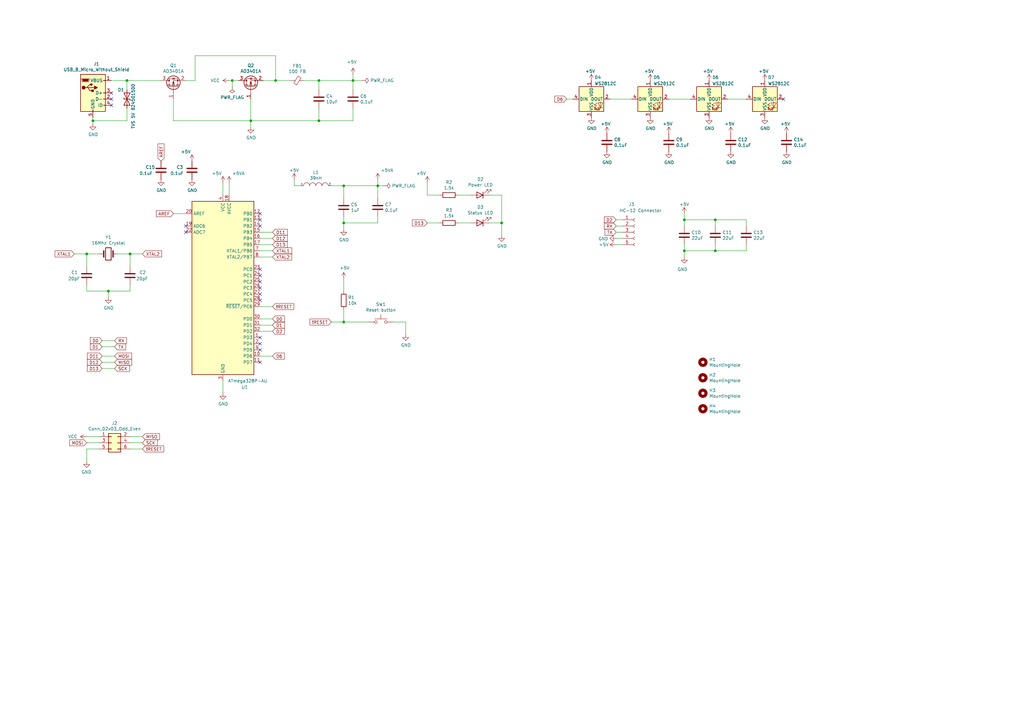
<source format=kicad_sch>
(kicad_sch (version 20211123) (generator eeschema)
  (paper "A3")
  (lib_symbols
    (symbol "Connector:Conn_01x05_Female" (pin_names (offset 1.016) hide)
      (property "Reference" "J" (at 0 7.62 0))
      (property "Value" "Conn_01x05_Female" (at 0 -7.62 0))
      (symbol "Conn_01x05_Female_1_1"
        (arc (start 0 -4.572) (mid -0.508 -5.08) (end 0 -5.588) (stroke (width 0.1524)))
        (arc (start 0 -2.032) (mid -0.508 -2.54) (end 0 -3.048) (stroke (width 0.1524)))
        (polyline (pts (xy -1.27 -5.08) (xy -0.508 -5.08)) (stroke (width 0.1524)))
        (polyline (pts (xy -1.27 -2.54) (xy -0.508 -2.54)) (stroke (width 0.1524)))
        (polyline (pts (xy -1.27 0) (xy -0.508 0)) (stroke (width 0.1524)))
        (polyline (pts (xy -1.27 2.54) (xy -0.508 2.54)) (stroke (width 0.1524)))
        (polyline (pts (xy -1.27 5.08) (xy -0.508 5.08)) (stroke (width 0.1524)))
        (arc (start 0 0.508) (mid -0.508 0) (end 0 -0.508) (stroke (width 0.1524)))
        (arc (start 0 3.048) (mid -0.508 2.54) (end 0 2.032) (stroke (width 0.1524)))
        (arc (start 0 5.588) (mid -0.508 5.08) (end 0 4.572) (stroke (width 0.1524)))
        (pin passive line (at -5.08 5.08 0) (length 3.81) (name "Pin_1") (number "1"))
        (pin passive line (at -5.08 2.54 0) (length 3.81) (name "Pin_2") (number "2"))
        (pin passive line (at -5.08 0 0) (length 3.81) (name "Pin_3") (number "3"))
        (pin passive line (at -5.08 -2.54 0) (length 3.81) (name "Pin_4") (number "4"))
        (pin passive line (at -5.08 -5.08 0) (length 3.81) (name "Pin_5") (number "5"))
      )
    )
    (symbol "Connector_Generic:Conn_02x03_Odd_Even" (pin_names (offset 1.016) hide)
      (property "Reference" "J" (at 1.27 5.08 0))
      (property "Value" "Conn_02x03_Odd_Even" (at 1.27 -5.08 0))
      (symbol "Conn_02x03_Odd_Even_1_1"
        (rectangle (start -1.27 -2.413) (end 0 -2.667) (stroke (width 0.1524)))
        (rectangle (start -1.27 0.127) (end 0 -0.127) (stroke (width 0.1524)))
        (rectangle (start -1.27 2.667) (end 0 2.413) (stroke (width 0.1524)))
        (rectangle (start -1.27 3.81) (end 3.81 -3.81) (stroke (width 0.254)) (fill (type background)))
        (rectangle (start 3.81 -2.413) (end 2.54 -2.667) (stroke (width 0.1524)))
        (rectangle (start 3.81 0.127) (end 2.54 -0.127) (stroke (width 0.1524)))
        (rectangle (start 3.81 2.667) (end 2.54 2.413) (stroke (width 0.1524)))
        (pin passive line (at -5.08 2.54 0) (length 3.81) (name "Pin_1") (number "1"))
        (pin passive line (at 7.62 2.54 180) (length 3.81) (name "Pin_2") (number "2"))
        (pin passive line (at -5.08 0 0) (length 3.81) (name "Pin_3") (number "3"))
        (pin passive line (at 7.62 0 180) (length 3.81) (name "Pin_4") (number "4"))
        (pin passive line (at -5.08 -2.54 0) (length 3.81) (name "Pin_5") (number "5"))
        (pin passive line (at 7.62 -2.54 180) (length 3.81) (name "Pin_6") (number "6"))
      )
    )
    (symbol "Custom:USB_B_Micro_Without_Shield" (pin_names (offset 1.016))
      (property "Reference" "J" (at -5.08 11.43 0))
      (property "Value" "Custom_USB_B_Micro_Without_Shield" (at -5.08 8.89 0))
      (symbol "USB_B_Micro_Without_Shield_0_1"
        (rectangle (start -5.08 -7.62) (end 5.08 7.62) (stroke (width 0.254)) (fill (type background)))
        (circle (center -3.81 2.159) (radius 0.635) (stroke (width 0.254)) (fill (type outline)))
        (circle (center -0.635 3.429) (radius 0.381) (stroke (width 0.254)) (fill (type outline)))
        (rectangle (start -0.127 -7.62) (end 0.127 -6.858))
        (polyline (pts (xy -1.905 2.159) (xy 0.635 2.159)) (stroke (width 0.254)))
        (polyline (pts (xy -3.175 2.159) (xy -2.54 2.159) (xy -1.27 3.429) (xy -0.635 3.429)) (stroke (width 0.254)))
        (polyline (pts (xy -2.54 2.159) (xy -1.905 2.159) (xy -1.27 0.889) (xy 0 0.889)) (stroke (width 0.254)))
        (polyline (pts (xy 0.635 2.794) (xy 0.635 1.524) (xy 1.905 2.159) (xy 0.635 2.794)) (stroke (width 0.254)) (fill (type outline)))
        (polyline (pts (xy -4.318 5.588) (xy -1.778 5.588) (xy -2.032 4.826) (xy -4.064 4.826) (xy -4.318 5.588)) (fill (type outline)))
        (polyline (pts (xy -4.699 5.842) (xy -4.699 5.588) (xy -4.445 4.826) (xy -4.445 4.572) (xy -1.651 4.572) (xy -1.651 4.826) (xy -1.397 5.588) (xy -1.397 5.842) (xy -4.699 5.842)))
        (rectangle (start 0.254 1.27) (end -0.508 0.508) (stroke (width 0.254)) (fill (type outline)))
        (rectangle (start 5.08 -5.207) (end 4.318 -4.953))
        (rectangle (start 5.08 -2.667) (end 4.318 -2.413))
        (rectangle (start 5.08 -0.127) (end 4.318 0.127))
        (rectangle (start 5.08 4.953) (end 4.318 5.207))
      )
      (symbol "USB_B_Micro_Without_Shield_1_1"
        (pin power_out line (at 7.62 5.08 180) (length 2.54) (name "VBUS") (number "1"))
        (pin bidirectional line (at 7.62 -2.54 180) (length 2.54) (name "D-") (number "2"))
        (pin bidirectional line (at 7.62 0 180) (length 2.54) (name "D+") (number "3"))
        (pin passive line (at 7.62 -5.08 180) (length 2.54) (name "ID") (number "4"))
        (pin power_out line (at 0 -10.16 90) (length 2.54) (name "GND") (number "5"))
      )
    )
    (symbol "Device:C" (pin_numbers hide) (pin_names (offset 0.254))
      (property "Reference" "C" (at 0.635 2.54 0))
      (property "Value" "C" (at 0.635 -2.54 0))
      (symbol "C_0_1"
        (polyline (pts (xy -2.032 -0.762) (xy 2.032 -0.762)) (stroke (width 0.508)))
        (polyline (pts (xy -2.032 0.762) (xy 2.032 0.762)) (stroke (width 0.508)))
      )
      (symbol "C_1_1"
        (pin passive line (at 0 3.81 270) (length 2.794) (name "~") (number "1"))
        (pin passive line (at 0 -3.81 90) (length 2.794) (name "~") (number "2"))
      )
    )
    (symbol "Device:Crystal" (pin_numbers hide) (pin_names (offset 1.016) hide)
      (property "Reference" "Y" (at 0 3.81 0))
      (property "Value" "Crystal" (at 0 -3.81 0))
      (symbol "Crystal_0_1"
        (rectangle (start -1.143 2.54) (end 1.143 -2.54) (stroke (width 0.3048)))
        (polyline (pts (xy -2.54 0) (xy -1.905 0)))
        (polyline (pts (xy -1.905 -1.27) (xy -1.905 1.27)) (stroke (width 0.508)))
        (polyline (pts (xy 1.905 -1.27) (xy 1.905 1.27)) (stroke (width 0.508)))
        (polyline (pts (xy 2.54 0) (xy 1.905 0)))
      )
      (symbol "Crystal_1_1"
        (pin passive line (at -3.81 0 0) (length 1.27) (name "1") (number "1"))
        (pin passive line (at 3.81 0 180) (length 1.27) (name "2") (number "2"))
      )
    )
    (symbol "Device:D_TVS" (pin_numbers hide) (pin_names (offset 1.016) hide)
      (property "Reference" "D" (at 0 2.54 0))
      (property "Value" "D_TVS" (at 0 -2.54 0))
      (symbol "D_TVS_0_1"
        (polyline (pts (xy 1.27 0) (xy -1.27 0)))
        (polyline (pts (xy 0.508 1.27) (xy 0 1.27) (xy 0 -1.27) (xy -0.508 -1.27)) (stroke (width 0.254)))
        (polyline (pts (xy -2.54 1.27) (xy -2.54 -1.27) (xy 2.54 1.27) (xy 2.54 -1.27) (xy -2.54 1.27)) (stroke (width 0.254)))
      )
      (symbol "D_TVS_1_1"
        (pin passive line (at -3.81 0 0) (length 2.54) (name "A1") (number "1"))
        (pin passive line (at 3.81 0 180) (length 2.54) (name "A2") (number "2"))
      )
    )
    (symbol "Device:Ferrite_Bead_Small" (pin_numbers hide) (pin_names (offset 0))
      (property "Reference" "FB" (at 1.905 1.27 0))
      (property "Value" "Device_Ferrite_Bead_Small" (at 1.905 -1.27 0))
      (symbol "Ferrite_Bead_Small_0_1"
        (polyline (pts (xy 0 -1.27) (xy 0 -0.7874)))
        (polyline (pts (xy 0 0.889) (xy 0 1.2954)))
        (polyline (pts (xy -1.8288 0.2794) (xy -1.1176 1.4986) (xy 1.8288 -0.2032) (xy 1.1176 -1.4224) (xy -1.8288 0.2794)))
      )
      (symbol "Ferrite_Bead_Small_1_1"
        (pin passive line (at 0 2.54 270) (length 1.27) (name "~") (number "1"))
        (pin passive line (at 0 -2.54 90) (length 1.27) (name "~") (number "2"))
      )
    )
    (symbol "Device:LED" (pin_numbers hide) (pin_names (offset 1.016) hide)
      (property "Reference" "D" (at 0 2.54 0))
      (property "Value" "LED" (at 0 -2.54 0))
      (symbol "LED_0_1"
        (polyline (pts (xy -1.27 -1.27) (xy -1.27 1.27)) (stroke (width 0.254)))
        (polyline (pts (xy -1.27 0) (xy 1.27 0)))
        (polyline (pts (xy 1.27 -1.27) (xy 1.27 1.27) (xy -1.27 0) (xy 1.27 -1.27)) (stroke (width 0.254)))
        (polyline (pts (xy -3.048 -0.762) (xy -4.572 -2.286) (xy -3.81 -2.286) (xy -4.572 -2.286) (xy -4.572 -1.524)))
        (polyline (pts (xy -1.778 -0.762) (xy -3.302 -2.286) (xy -2.54 -2.286) (xy -3.302 -2.286) (xy -3.302 -1.524)))
      )
      (symbol "LED_1_1"
        (pin passive line (at -3.81 0 0) (length 2.54) (name "K") (number "1"))
        (pin passive line (at 3.81 0 180) (length 2.54) (name "A") (number "2"))
      )
    )
    (symbol "Device:R" (pin_numbers hide) (pin_names (offset 0))
      (property "Reference" "R" (at 2.032 0 90))
      (property "Value" "R" (at 0 0 90))
      (symbol "R_0_1"
        (rectangle (start -1.016 -2.54) (end 1.016 2.54) (stroke (width 0.254)))
      )
      (symbol "R_1_1"
        (pin passive line (at 0 3.81 270) (length 1.27) (name "~") (number "1"))
        (pin passive line (at 0 -3.81 90) (length 1.27) (name "~") (number "2"))
      )
    )
    (symbol "LED:WS2812B" (pin_names (offset 0.254))
      (property "Reference" "D" (at 5.08 5.715 0))
      (property "Value" "WS2812B" (at 1.27 -5.715 0))
      (symbol "WS2812B_0_0"
        (text "RGB" (at 2.286 -4.191 0) (effects (font (size 0.762 0.762))))
      )
      (symbol "WS2812B_0_1"
        (polyline (pts (xy 1.27 -3.556) (xy 1.778 -3.556)))
        (polyline (pts (xy 1.27 -2.54) (xy 1.778 -2.54)))
        (polyline (pts (xy 4.699 -3.556) (xy 2.667 -3.556)))
        (polyline (pts (xy 2.286 -2.54) (xy 1.27 -3.556) (xy 1.27 -3.048)))
        (polyline (pts (xy 2.286 -1.524) (xy 1.27 -2.54) (xy 1.27 -2.032)))
        (polyline (pts (xy 3.683 -1.016) (xy 3.683 -3.556) (xy 3.683 -4.064)))
        (polyline (pts (xy 4.699 -1.524) (xy 2.667 -1.524) (xy 3.683 -3.556) (xy 4.699 -1.524)))
        (rectangle (start 5.08 5.08) (end -5.08 -5.08) (stroke (width 0.254)) (fill (type background)))
      )
      (symbol "WS2812B_1_1"
        (pin power_in line (at 0 7.62 270) (length 2.54) (name "VDD") (number "1"))
        (pin output line (at 7.62 0 180) (length 2.54) (name "DOUT") (number "2"))
        (pin power_in line (at 0 -7.62 90) (length 2.54) (name "VSS") (number "3"))
        (pin input line (at -7.62 0 0) (length 2.54) (name "DIN") (number "4"))
      )
    )
    (symbol "MCU_Microchip_ATmega:ATmega328P-AU"
      (property "Reference" "U" (at -12.7 36.83 0))
      (property "Value" "MCU_Microchip_ATmega_ATmega328P-AU" (at 2.54 -36.83 0))
      (symbol "ATmega328P-AU_0_1"
        (rectangle (start -12.7 -35.56) (end 12.7 35.56) (stroke (width 0.254)) (fill (type background)))
      )
      (symbol "ATmega328P-AU_1_1"
        (pin bidirectional line (at 15.24 -20.32 180) (length 2.54) (name "PD3") (number "1"))
        (pin bidirectional line (at 15.24 -27.94 180) (length 2.54) (name "PD6") (number "10"))
        (pin bidirectional line (at 15.24 -30.48 180) (length 2.54) (name "PD7") (number "11"))
        (pin bidirectional line (at 15.24 30.48 180) (length 2.54) (name "PB0") (number "12"))
        (pin bidirectional line (at 15.24 27.94 180) (length 2.54) (name "PB1") (number "13"))
        (pin bidirectional line (at 15.24 25.4 180) (length 2.54) (name "PB2") (number "14"))
        (pin bidirectional line (at 15.24 22.86 180) (length 2.54) (name "PB3") (number "15"))
        (pin bidirectional line (at 15.24 20.32 180) (length 2.54) (name "PB4") (number "16"))
        (pin bidirectional line (at 15.24 17.78 180) (length 2.54) (name "PB5") (number "17"))
        (pin power_in line (at 2.54 38.1 270) (length 2.54) (name "AVCC") (number "18"))
        (pin input line (at -15.24 25.4 0) (length 2.54) (name "ADC6") (number "19"))
        (pin bidirectional line (at 15.24 -22.86 180) (length 2.54) (name "PD4") (number "2"))
        (pin passive line (at -15.24 30.48 0) (length 2.54) (name "AREF") (number "20"))
        (pin passive line (at 0 -38.1 90) (length 2.54) hide (name "GND") (number "21"))
        (pin input line (at -15.24 22.86 0) (length 2.54) (name "ADC7") (number "22"))
        (pin bidirectional line (at 15.24 7.62 180) (length 2.54) (name "PC0") (number "23"))
        (pin bidirectional line (at 15.24 5.08 180) (length 2.54) (name "PC1") (number "24"))
        (pin bidirectional line (at 15.24 2.54 180) (length 2.54) (name "PC2") (number "25"))
        (pin bidirectional line (at 15.24 0 180) (length 2.54) (name "PC3") (number "26"))
        (pin bidirectional line (at 15.24 -2.54 180) (length 2.54) (name "PC4") (number "27"))
        (pin bidirectional line (at 15.24 -5.08 180) (length 2.54) (name "PC5") (number "28"))
        (pin bidirectional line (at 15.24 -7.62 180) (length 2.54) (name "~{RESET}/PC6") (number "29"))
        (pin power_in line (at 0 -38.1 90) (length 2.54) (name "GND") (number "3"))
        (pin bidirectional line (at 15.24 -12.7 180) (length 2.54) (name "PD0") (number "30"))
        (pin bidirectional line (at 15.24 -15.24 180) (length 2.54) (name "PD1") (number "31"))
        (pin bidirectional line (at 15.24 -17.78 180) (length 2.54) (name "PD2") (number "32"))
        (pin power_in line (at 0 38.1 270) (length 2.54) (name "VCC") (number "4"))
        (pin passive line (at 0 -38.1 90) (length 2.54) hide (name "GND") (number "5"))
        (pin passive line (at 0 38.1 270) (length 2.54) hide (name "VCC") (number "6"))
        (pin bidirectional line (at 15.24 15.24 180) (length 2.54) (name "XTAL1/PB6") (number "7"))
        (pin bidirectional line (at 15.24 12.7 180) (length 2.54) (name "XTAL2/PB7") (number "8"))
        (pin bidirectional line (at 15.24 -25.4 180) (length 2.54) (name "PD5") (number "9"))
      )
    )
    (symbol "Mechanical:MountingHole" (pin_names (offset 1.016))
      (property "Reference" "H" (at 0 5.08 0))
      (property "Value" "MountingHole" (at 0 3.175 0))
      (symbol "MountingHole_0_1"
        (circle (center 0 0) (radius 1.27) (stroke (width 1.27)))
      )
    )
    (symbol "Switch:SW_Push" (pin_numbers hide) (pin_names (offset 1.016) hide)
      (property "Reference" "SW" (at 1.27 2.54 0))
      (property "Value" "SW_Push" (at 0 -1.524 0))
      (symbol "SW_Push_0_1"
        (circle (center -2.032 0) (radius 0.508))
        (polyline (pts (xy 0 1.27) (xy 0 3.048)))
        (polyline (pts (xy 2.54 1.27) (xy -2.54 1.27)))
        (circle (center 2.032 0) (radius 0.508))
        (pin passive line (at -5.08 0 0) (length 2.54) (name "1") (number "1"))
        (pin passive line (at 5.08 0 180) (length 2.54) (name "2") (number "2"))
      )
    )
    (symbol "Transistor_FET:AO3401A" (pin_names hide)
      (property "Reference" "Q" (at 5.08 1.905 0))
      (property "Value" "AO3401A" (at 5.08 0 0))
      (symbol "AO3401A_0_1"
        (polyline (pts (xy 0.254 0) (xy -2.54 0)))
        (polyline (pts (xy 0.254 1.905) (xy 0.254 -1.905)) (stroke (width 0.254)))
        (polyline (pts (xy 0.762 -1.27) (xy 0.762 -2.286)) (stroke (width 0.254)))
        (polyline (pts (xy 0.762 0.508) (xy 0.762 -0.508)) (stroke (width 0.254)))
        (polyline (pts (xy 0.762 2.286) (xy 0.762 1.27)) (stroke (width 0.254)))
        (polyline (pts (xy 2.54 2.54) (xy 2.54 1.778)))
        (polyline (pts (xy 2.54 -2.54) (xy 2.54 0) (xy 0.762 0)))
        (polyline (pts (xy 0.762 1.778) (xy 3.302 1.778) (xy 3.302 -1.778) (xy 0.762 -1.778)))
        (polyline (pts (xy 2.286 0) (xy 1.27 0.381) (xy 1.27 -0.381) (xy 2.286 0)) (fill (type outline)))
        (polyline (pts (xy 2.794 -0.508) (xy 2.921 -0.381) (xy 3.683 -0.381) (xy 3.81 -0.254)))
        (polyline (pts (xy 3.302 -0.381) (xy 2.921 0.254) (xy 3.683 0.254) (xy 3.302 -0.381)))
        (circle (center 1.651 0) (radius 2.794) (stroke (width 0.254)))
        (circle (center 2.54 -1.778) (radius 0.254) (fill (type outline)))
        (circle (center 2.54 1.778) (radius 0.254) (fill (type outline)))
      )
      (symbol "AO3401A_1_1"
        (pin input line (at -5.08 0 0) (length 2.54) (name "G") (number "1"))
        (pin passive line (at 2.54 -5.08 90) (length 2.54) (name "S") (number "2"))
        (pin passive line (at 2.54 5.08 270) (length 2.54) (name "D") (number "3"))
      )
    )
    (symbol "power:+5V" (power) (pin_names (offset 0))
      (property "Value" "+5V" (at 0 3.556 0))
      (symbol "+5V_0_1"
        (polyline (pts (xy -0.762 1.27) (xy 0 2.54)))
        (polyline (pts (xy 0 0) (xy 0 2.54)))
        (polyline (pts (xy 0 2.54) (xy 0.762 1.27)))
      )
      (symbol "+5V_1_1"
        (pin power_in line (at 0 0 90) (length 0) hide (name "+5V") (number "1"))
      )
    )
    (symbol "power:+5VA" (power) (pin_names (offset 0))
      (property "Value" "+5VA" (at 0 3.556 0))
      (symbol "+5VA_0_1"
        (polyline (pts (xy -0.762 1.27) (xy 0 2.54)))
        (polyline (pts (xy 0 0) (xy 0 2.54)))
        (polyline (pts (xy 0 2.54) (xy 0.762 1.27)))
      )
      (symbol "+5VA_1_1"
        (pin power_in line (at 0 0 90) (length 0) hide (name "+5VA") (number "1"))
      )
    )
    (symbol "power:GND" (power) (pin_names (offset 0))
      (property "Value" "GND" (at 0 -3.81 0))
      (symbol "GND_0_1"
        (polyline (pts (xy 0 0) (xy 0 -1.27) (xy 1.27 -1.27) (xy 0 -2.54) (xy -1.27 -1.27) (xy 0 -1.27)))
      )
      (symbol "GND_1_1"
        (pin power_in line (at 0 0 270) (length 0) hide (name "GND") (number "1"))
      )
    )
    (symbol "power:PWR_FLAG" (power) (pin_numbers hide) (pin_names (offset 0) hide)
      (property "Value" "PWR_FLAG" (at 0 3.81 0))
      (symbol "PWR_FLAG_0_0"
        (pin power_out line (at 0 0 90) (length 0) (name "pwr") (number "1"))
      )
      (symbol "PWR_FLAG_0_1"
        (polyline (pts (xy 0 0) (xy 0 1.27) (xy -1.016 1.905) (xy 0 2.54) (xy 1.016 1.905) (xy 0 1.27)))
      )
    )
    (symbol "power:VCC" (power) (pin_names (offset 0))
      (property "Value" "VCC" (at 0 3.81 0))
      (symbol "VCC_0_1"
        (polyline (pts (xy -0.762 1.27) (xy 0 2.54)))
        (polyline (pts (xy 0 0) (xy 0 2.54)))
        (polyline (pts (xy 0 2.54) (xy 0.762 1.27)))
      )
      (symbol "VCC_1_1"
        (pin power_in line (at 0 0 90) (length 0) hide (name "VCC") (number "1"))
      )
    )
    (symbol "pspice:INDUCTOR" (pin_numbers hide) (pin_names (offset 0))
      (property "Reference" "L" (at 0 2.54 0))
      (property "Value" "INDUCTOR" (at 0 -1.27 0))
      (symbol "INDUCTOR_0_1"
        (arc (start -2.54 0) (mid -3.81 1.27) (end -5.08 0))
        (arc (start 0 0) (mid -1.27 1.27) (end -2.54 0))
        (arc (start 2.54 0) (mid 1.27 1.27) (end 0 0))
        (arc (start 5.08 0) (mid 3.81 1.27) (end 2.54 0))
      )
      (symbol "INDUCTOR_1_1"
        (pin input line (at -6.35 0 0) (length 1.27) (name "1") (number "1"))
        (pin input line (at 6.35 0 180) (length 1.27) (name "2") (number "2"))
      )
    )
  )
  (junction (at 53.34 104.14))
  (junction (at 154.94 76.2))
  (junction (at 52.07 33.02))
  (junction (at 35.56 104.14))
  (junction (at 280.67 90.17))
  (junction (at 205.74 91.44))
  (junction (at 293.37 90.17))
  (junction (at 140.97 91.44))
  (junction (at 113.03 33.02))
  (junction (at 130.81 33.02))
  (junction (at 95.25 33.02))
  (junction (at 144.78 33.02))
  (junction (at 38.1 49.53))
  (junction (at 44.45 119.38))
  (junction (at 130.81 49.53))
  (junction (at 140.97 76.2))
  (junction (at 293.37 102.87))
  (junction (at 102.87 49.53))
  (junction (at 280.67 102.87))
  (junction (at 140.97 132.08))
  (no_connect (at 321.31 40.64))
  (no_connect (at 106.68 140.97))
  (no_connect (at 106.68 120.65))
  (no_connect (at 106.68 92.71))
  (no_connect (at 106.68 90.17))
  (no_connect (at 106.68 113.03))
  (no_connect (at 106.68 143.51))
  (no_connect (at 76.2 95.25))
  (no_connect (at 106.68 115.57))
  (no_connect (at 106.68 138.43))
  (no_connect (at 76.2 92.71))
  (no_connect (at 106.68 118.11))
  (no_connect (at 45.72 43.18))
  (no_connect (at 106.68 148.59))
  (no_connect (at 45.72 38.1))
  (no_connect (at 106.68 110.49))
  (no_connect (at 106.68 123.19))
  (no_connect (at 106.68 87.63))
  (no_connect (at 45.72 40.64))
  (wire (pts (xy 140.97 88.9) (xy 140.97 91.44)))
  (wire (pts (xy 35.56 184.15) (xy 40.64 184.15)))
  (wire (pts (xy 106.68 146.05) (xy 111.76 146.05)))
  (wire (pts (xy 38.1 49.53) (xy 52.07 49.53)))
  (wire (pts (xy 140.97 132.08) (xy 151.13 132.08)))
  (wire (pts (xy 280.67 105.41) (xy 280.67 102.87)))
  (wire (pts (xy 44.45 121.92) (xy 44.45 119.38)))
  (wire (pts (xy 175.26 80.01) (xy 175.26 74.93)))
  (wire (pts (xy 53.34 119.38) (xy 53.34 116.84)))
  (wire (pts (xy 71.12 49.53) (xy 102.87 49.53)))
  (wire (pts (xy 140.97 91.44) (xy 154.94 91.44)))
  (wire (pts (xy 140.97 119.38) (xy 140.97 114.3)))
  (wire (pts (xy 280.67 102.87) (xy 293.37 102.87)))
  (wire (pts (xy 232.41 40.64) (xy 234.95 40.64)))
  (wire (pts (xy 252.73 97.79) (xy 255.27 97.79)))
  (wire (pts (xy 48.26 104.14) (xy 53.34 104.14)))
  (wire (pts (xy 130.81 44.45) (xy 130.81 49.53)))
  (wire (pts (xy 102.87 52.07) (xy 102.87 49.53)))
  (wire (pts (xy 306.07 90.17) (xy 306.07 92.71)))
  (wire (pts (xy 106.68 135.89) (xy 111.76 135.89)))
  (wire (pts (xy 38.1 49.53) (xy 38.1 48.26)))
  (wire (pts (xy 140.97 81.28) (xy 140.97 76.2)))
  (wire (pts (xy 140.97 76.2) (xy 154.94 76.2)))
  (wire (pts (xy 91.44 161.29) (xy 91.44 156.21)))
  (wire (pts (xy 154.94 76.2) (xy 154.94 81.28)))
  (wire (pts (xy 130.81 33.02) (xy 144.78 33.02)))
  (wire (pts (xy 91.44 80.01) (xy 91.44 74.93)))
  (wire (pts (xy 58.42 184.15) (xy 53.34 184.15)))
  (wire (pts (xy 93.98 80.01) (xy 93.98 74.93)))
  (wire (pts (xy 35.56 119.38) (xy 44.45 119.38)))
  (wire (pts (xy 140.97 91.44) (xy 140.97 93.98)))
  (wire (pts (xy 71.12 40.64) (xy 71.12 49.53)))
  (wire (pts (xy 124.46 33.02) (xy 130.81 33.02)))
  (wire (pts (xy 95.25 35.56) (xy 95.25 33.02)))
  (wire (pts (xy 80.01 22.86) (xy 113.03 22.86)))
  (wire (pts (xy 35.56 109.22) (xy 35.56 104.14)))
  (wire (pts (xy 140.97 127) (xy 140.97 132.08)))
  (wire (pts (xy 293.37 90.17) (xy 306.07 90.17)))
  (wire (pts (xy 106.68 95.25) (xy 111.76 95.25)))
  (wire (pts (xy 35.56 189.23) (xy 35.56 184.15)))
  (wire (pts (xy 298.45 40.64) (xy 306.07 40.64)))
  (wire (pts (xy 250.19 40.64) (xy 259.08 40.64)))
  (wire (pts (xy 187.96 80.01) (xy 193.04 80.01)))
  (wire (pts (xy 106.68 100.33) (xy 111.76 100.33)))
  (wire (pts (xy 58.42 179.07) (xy 53.34 179.07)))
  (wire (pts (xy 35.56 181.61) (xy 40.64 181.61)))
  (wire (pts (xy 280.67 92.71) (xy 280.67 90.17)))
  (wire (pts (xy 252.73 100.33) (xy 255.27 100.33)))
  (wire (pts (xy 80.01 33.02) (xy 80.01 22.86)))
  (wire (pts (xy 40.64 104.14) (xy 35.56 104.14)))
  (wire (pts (xy 93.98 33.02) (xy 95.25 33.02)))
  (wire (pts (xy 106.68 102.87) (xy 111.76 102.87)))
  (wire (pts (xy 148.59 33.02) (xy 144.78 33.02)))
  (wire (pts (xy 280.67 90.17) (xy 280.67 87.63)))
  (wire (pts (xy 166.37 132.08) (xy 166.37 137.16)))
  (wire (pts (xy 135.89 76.2) (xy 140.97 76.2)))
  (wire (pts (xy 293.37 90.17) (xy 293.37 92.71)))
  (wire (pts (xy 130.81 49.53) (xy 144.78 49.53)))
  (wire (pts (xy 41.91 146.05) (xy 46.99 146.05)))
  (wire (pts (xy 205.74 91.44) (xy 205.74 96.52)))
  (wire (pts (xy 252.73 92.71) (xy 255.27 92.71)))
  (wire (pts (xy 102.87 49.53) (xy 130.81 49.53)))
  (wire (pts (xy 95.25 33.02) (xy 97.79 33.02)))
  (wire (pts (xy 35.56 104.14) (xy 30.48 104.14)))
  (wire (pts (xy 35.56 116.84) (xy 35.56 119.38)))
  (wire (pts (xy 53.34 109.22) (xy 53.34 104.14)))
  (wire (pts (xy 144.78 30.48) (xy 144.78 33.02)))
  (wire (pts (xy 46.99 151.13) (xy 41.91 151.13)))
  (wire (pts (xy 76.2 33.02) (xy 80.01 33.02)))
  (wire (pts (xy 120.65 76.2) (xy 123.19 76.2)))
  (wire (pts (xy 200.66 80.01) (xy 205.74 80.01)))
  (wire (pts (xy 106.68 105.41) (xy 111.76 105.41)))
  (wire (pts (xy 106.68 97.79) (xy 111.76 97.79)))
  (wire (pts (xy 154.94 91.44) (xy 154.94 88.9)))
  (wire (pts (xy 52.07 49.53) (xy 52.07 44.45)))
  (wire (pts (xy 106.68 125.73) (xy 111.76 125.73)))
  (wire (pts (xy 106.68 133.35) (xy 111.76 133.35)))
  (wire (pts (xy 144.78 44.45) (xy 144.78 49.53)))
  (wire (pts (xy 113.03 22.86) (xy 113.03 33.02)))
  (wire (pts (xy 106.68 130.81) (xy 111.76 130.81)))
  (wire (pts (xy 252.73 90.17) (xy 255.27 90.17)))
  (wire (pts (xy 144.78 33.02) (xy 144.78 36.83)))
  (wire (pts (xy 187.96 91.44) (xy 193.04 91.44)))
  (wire (pts (xy 45.72 33.02) (xy 52.07 33.02)))
  (wire (pts (xy 293.37 102.87) (xy 306.07 102.87)))
  (wire (pts (xy 107.95 33.02) (xy 113.03 33.02)))
  (wire (pts (xy 41.91 142.24) (xy 46.99 142.24)))
  (wire (pts (xy 154.94 76.2) (xy 154.94 73.66)))
  (wire (pts (xy 130.81 36.83) (xy 130.81 33.02)))
  (wire (pts (xy 293.37 102.87) (xy 293.37 100.33)))
  (wire (pts (xy 38.1 50.8) (xy 38.1 49.53)))
  (wire (pts (xy 280.67 102.87) (xy 280.67 100.33)))
  (wire (pts (xy 161.29 132.08) (xy 166.37 132.08)))
  (wire (pts (xy 280.67 90.17) (xy 293.37 90.17)))
  (wire (pts (xy 157.48 76.2) (xy 154.94 76.2)))
  (wire (pts (xy 53.34 104.14) (xy 58.42 104.14)))
  (wire (pts (xy 41.91 148.59) (xy 46.99 148.59)))
  (wire (pts (xy 71.12 87.63) (xy 76.2 87.63)))
  (wire (pts (xy 252.73 95.25) (xy 255.27 95.25)))
  (wire (pts (xy 52.07 33.02) (xy 52.07 36.83)))
  (wire (pts (xy 44.45 119.38) (xy 53.34 119.38)))
  (wire (pts (xy 175.26 80.01) (xy 180.34 80.01)))
  (wire (pts (xy 113.03 33.02) (xy 119.38 33.02)))
  (wire (pts (xy 120.65 73.66) (xy 120.65 76.2)))
  (wire (pts (xy 306.07 102.87) (xy 306.07 100.33)))
  (wire (pts (xy 102.87 40.64) (xy 102.87 49.53)))
  (wire (pts (xy 58.42 181.61) (xy 53.34 181.61)))
  (wire (pts (xy 40.64 179.07) (xy 35.56 179.07)))
  (wire (pts (xy 274.32 40.64) (xy 283.21 40.64)))
  (wire (pts (xy 135.89 132.08) (xy 140.97 132.08)))
  (wire (pts (xy 205.74 80.01) (xy 205.74 91.44)))
  (wire (pts (xy 41.91 139.7) (xy 46.99 139.7)))
  (wire (pts (xy 52.07 33.02) (xy 66.04 33.02)))
  (wire (pts (xy 200.66 91.44) (xy 205.74 91.44)))
  (wire (pts (xy 175.26 91.44) (xy 180.34 91.44)))
  (global_label "XTAL1" (shape input) (at 111.76 102.87 0) (property "Intersheet References" "${INTERSHEET_REFS}" (effects hide)))
  (global_label "D1" (shape input) (at 41.91 142.24 180) (property "Intersheet References" "${INTERSHEET_REFS}" (effects hide)))
  (global_label "AREF" (shape input) (at 71.12 87.63 180) (property "Intersheet References" "${INTERSHEET_REFS}" (effects hide)))
  (global_label "D2" (shape input) (at 111.76 135.89 0) (property "Intersheet References" "${INTERSHEET_REFS}" (effects hide)))
  (global_label "!RESET" (shape input) (at 58.42 184.15 0) (property "Intersheet References" "${INTERSHEET_REFS}" (effects hide)))
  (global_label "AREF" (shape input) (at 66.04 66.04 90) (property "Intersheet References" "${INTERSHEET_REFS}" (effects hide)))
  (global_label "MOSI" (shape input) (at 46.99 146.05 0) (property "Intersheet References" "${INTERSHEET_REFS}" (effects hide)))
  (global_label "!RESET" (shape input) (at 135.89 132.08 180) (property "Intersheet References" "${INTERSHEET_REFS}" (effects hide)))
  (global_label "TX" (shape input) (at 46.99 142.24 0) (property "Intersheet References" "${INTERSHEET_REFS}" (effects hide)))
  (global_label "MOSI" (shape input) (at 35.56 181.61 180) (property "Intersheet References" "${INTERSHEET_REFS}" (effects hide)))
  (global_label "XTAL2" (shape input) (at 111.76 105.41 0) (property "Intersheet References" "${INTERSHEET_REFS}" (effects hide)))
  (global_label "D11" (shape input) (at 41.91 146.05 180) (property "Intersheet References" "${INTERSHEET_REFS}" (effects hide)))
  (global_label "D2" (shape input) (at 252.73 90.17 180) (property "Intersheet References" "${INTERSHEET_REFS}" (effects hide)))
  (global_label "D12" (shape input) (at 111.76 97.79 0) (property "Intersheet References" "${INTERSHEET_REFS}" (effects hide)))
  (global_label "D13" (shape input) (at 41.91 151.13 180) (property "Intersheet References" "${INTERSHEET_REFS}" (effects hide)))
  (global_label "MISO" (shape input) (at 46.99 148.59 0) (property "Intersheet References" "${INTERSHEET_REFS}" (effects hide)))
  (global_label "SCK" (shape input) (at 58.42 181.61 0) (property "Intersheet References" "${INTERSHEET_REFS}" (effects hide)))
  (global_label "D6" (shape input) (at 111.76 146.05 0) (property "Intersheet References" "${INTERSHEET_REFS}" (effects hide)))
  (global_label "D12" (shape input) (at 41.91 148.59 180) (property "Intersheet References" "${INTERSHEET_REFS}" (effects hide)))
  (global_label "D13" (shape input) (at 175.26 91.44 180) (property "Intersheet References" "${INTERSHEET_REFS}" (effects hide)))
  (global_label "XTAL2" (shape input) (at 58.42 104.14 0) (property "Intersheet References" "${INTERSHEET_REFS}" (effects hide)))
  (global_label "!RESET" (shape input) (at 111.76 125.73 0) (property "Intersheet References" "${INTERSHEET_REFS}" (effects hide)))
  (global_label "SCK" (shape input) (at 46.99 151.13 0) (property "Intersheet References" "${INTERSHEET_REFS}" (effects hide)))
  (global_label "TX" (shape input) (at 252.73 95.25 180) (property "Intersheet References" "${INTERSHEET_REFS}" (effects hide)))
  (global_label "RX" (shape input) (at 46.99 139.7 0) (property "Intersheet References" "${INTERSHEET_REFS}" (effects hide)))
  (global_label "MISO" (shape input) (at 58.42 179.07 0) (property "Intersheet References" "${INTERSHEET_REFS}" (effects hide)))
  (global_label "D0" (shape input) (at 111.76 130.81 0) (property "Intersheet References" "${INTERSHEET_REFS}" (effects hide)))
  (global_label "D13" (shape input) (at 111.76 100.33 0) (property "Intersheet References" "${INTERSHEET_REFS}" (effects hide)))
  (global_label "D1" (shape input) (at 111.76 133.35 0) (property "Intersheet References" "${INTERSHEET_REFS}" (effects hide)))
  (global_label "D0" (shape input) (at 41.91 139.7 180) (property "Intersheet References" "${INTERSHEET_REFS}" (effects hide)))
  (global_label "XTAL1" (shape input) (at 30.48 104.14 180) (property "Intersheet References" "${INTERSHEET_REFS}" (effects hide)))
  (global_label "RX" (shape input) (at 252.73 92.71 180) (property "Intersheet References" "${INTERSHEET_REFS}" (effects hide)))
  (global_label "D11" (shape input) (at 111.76 95.25 0) (property "Intersheet References" "${INTERSHEET_REFS}" (effects hide)))
  (global_label "D6" (shape input) (at 232.41 40.64 180) (property "Intersheet References" "${INTERSHEET_REFS}" (effects hide)))
  (symbol (lib_id "Device:C") (at 130.81 40.64 0) (unit 1)
    (property "Reference" "C4" (at 133.731 39.4716 0) (effects (justify left)))
    (property "Value" "10uF" (at 133.731 41.783 0) (effects (justify left)))
    (property "Footprint" "Capacitor_SMD:C_1206_3216Metric" (effects hide))
  )
  (symbol (lib_id "Device:C") (at 144.78 40.64 0) (unit 1)
    (property "Reference" "C6" (at 147.701 39.4716 0) (effects (justify left)))
    (property "Value" "0.1uF" (at 147.701 41.783 0) (effects (justify left)))
    (property "Footprint" "Capacitor_SMD:C_0805_2012Metric" (effects hide))
  )
  (symbol (lib_id "power:GND") (at 102.87 52.07 0) (unit 1)
    (property "Reference" "#PWR011" (effects hide))
    (property "Value" "GND" (at 102.997 56.4642 0))
  )
  (symbol (lib_id "Device:C") (at 78.74 69.85 0) (unit 1)
    (property "Reference" "C3" (at 72.39 68.58 0) (effects (justify left)))
    (property "Value" "0.1uF" (at 69.85 71.12 0) (effects (justify left)))
    (property "Footprint" "Capacitor_SMD:C_0805_2012Metric" (effects hide))
  )
  (symbol (lib_id "power:+5V") (at 78.74 66.04 0) (unit 1)
    (property "Reference" "#PWR05" (effects hide))
    (property "Value" "+5V" (at 76.2 62.23 0))
  )
  (symbol (lib_id "power:GND") (at 78.74 73.66 0) (unit 1)
    (property "Reference" "#PWR06" (effects hide))
    (property "Value" "GND" (at 78.867 78.0542 0))
  )
  (symbol (lib_id "Mechanical:MountingHole") (at 288.29 167.64 0) (unit 1)
    (property "Reference" "H4" (at 290.83 166.4716 0) (effects (justify left)))
    (property "Value" "MountingHole" (at 290.83 168.783 0) (effects (justify left)))
    (property "Footprint" "MountingHole:MountingHole_3.2mm_M3_Pad_Via" (effects hide))
  )
  (symbol (lib_id "Connector:Conn_01x05_Female") (at 260.35 95.25 0) (unit 1)
    (property "Reference" "J3" (at 257.81 83.82 0) (effects (justify left)))
    (property "Value" "HC-12 Connector" (at 254 86.36 0) (effects (justify left)))
    (property "Footprint" "Connector_PinSocket_2.54mm:PinSocket_1x05_P2.54mm_Vertical" (effects hide))
  )
  (symbol (lib_id "power:GND") (at 252.73 97.79 270) (unit 1)
    (property "Reference" "#PWR024" (effects hide))
    (property "Value" "GND" (at 249.4788 97.917 90) (effects (justify right)))
  )
  (symbol (lib_id "Device:C") (at 280.67 96.52 0) (unit 1)
    (property "Reference" "C10" (at 283.591 95.3516 0) (effects (justify left)))
    (property "Value" "22uF" (at 283.591 97.663 0) (effects (justify left)))
    (property "Footprint" "Capacitor_SMD:C_0805_2012Metric" (effects hide))
  )
  (symbol (lib_id "Device:C") (at 293.37 96.52 0) (unit 1)
    (property "Reference" "C11" (at 296.291 95.3516 0) (effects (justify left)))
    (property "Value" "22uF" (at 296.291 97.663 0) (effects (justify left)))
    (property "Footprint" "Capacitor_SMD:C_0805_2012Metric" (effects hide))
  )
  (symbol (lib_id "power:GND") (at 280.67 105.41 0) (unit 1)
    (property "Reference" "#PWR031" (effects hide))
    (property "Value" "GND" (at 281.94 110.49 0) (effects (justify right)))
  )
  (symbol (lib_id "Device:C") (at 306.07 96.52 0) (unit 1)
    (property "Reference" "C13" (at 308.991 95.3516 0) (effects (justify left)))
    (property "Value" "22uF" (at 308.991 97.663 0) (effects (justify left)))
    (property "Footprint" "Capacitor_SMD:C_0805_2012Metric" (effects hide))
  )
  (symbol (lib_id "Device:D_TVS") (at 52.07 40.64 270) (unit 1)
    (property "Reference" "D1" (at 48.26 36.83 90) (effects (justify left)))
    (property "Value" "TVS 5V 824501500" (at 54.61 34.29 0) (effects (justify left)))
    (property "Footprint" "Diode_SMD:D_SMA" (effects hide))
  )
  (symbol (lib_id "LED:WS2812B") (at 242.57 40.64 0) (unit 1)
    (property "Reference" "D4" (at 243.84 31.75 0) (effects (justify left)))
    (property "Value" "WS2812C" (at 243.84 34.29 0) (effects (justify left)))
    (property "Footprint" "LED_SMD:LED_WS2812B_PLCC4_5.0x5.0mm_P3.2mm" (effects hide))
    (property "Datasheet" "https://cdn-shop.adafruit.com/datasheets/WS2812B.pdf" (effects hide))
  )
  (symbol (lib_id "LED:WS2812B") (at 266.7 40.64 0) (unit 1)
    (property "Reference" "D5" (at 267.97 31.75 0) (effects (justify left)))
    (property "Value" "WS2812C" (at 267.97 34.29 0) (effects (justify left)))
    (property "Footprint" "LED_SMD:LED_WS2812B_PLCC4_5.0x5.0mm_P3.2mm" (effects hide))
    (property "Datasheet" "https://cdn-shop.adafruit.com/datasheets/WS2812B.pdf" (effects hide))
  )
  (symbol (lib_id "LED:WS2812B") (at 290.83 40.64 0) (unit 1)
    (property "Reference" "D6" (at 292.1 31.75 0) (effects (justify left)))
    (property "Value" "WS2812C" (at 292.1 34.29 0) (effects (justify left)))
    (property "Footprint" "LED_SMD:LED_WS2812B_PLCC4_5.0x5.0mm_P3.2mm" (effects hide))
    (property "Datasheet" "https://cdn-shop.adafruit.com/datasheets/WS2812B.pdf" (effects hide))
  )
  (symbol (lib_id "LED:WS2812B") (at 313.69 40.64 0) (unit 1)
    (property "Reference" "D7" (at 314.96 31.75 0) (effects (justify left)))
    (property "Value" "WS2812C" (at 314.96 34.29 0) (effects (justify left)))
    (property "Footprint" "LED_SMD:LED_WS2812B_PLCC4_5.0x5.0mm_P3.2mm" (effects hide))
    (property "Datasheet" "https://cdn-shop.adafruit.com/datasheets/WS2812B.pdf" (effects hide))
  )
  (symbol (lib_id "Device:C") (at 248.92 58.42 0) (unit 1)
    (property "Reference" "C8" (at 251.841 57.2516 0) (effects (justify left)))
    (property "Value" "0.1uF" (at 251.841 59.563 0) (effects (justify left)))
    (property "Footprint" "Capacitor_SMD:C_0805_2012Metric" (effects hide))
  )
  (symbol (lib_id "power:+5V") (at 248.92 54.61 0) (unit 1)
    (property "Reference" "#PWR022" (effects hide))
    (property "Value" "+5V" (at 246.38 50.8 0) (effects (justify left)))
  )
  (symbol (lib_id "power:GND") (at 248.92 62.23 0) (unit 1)
    (property "Reference" "#PWR023" (effects hide))
    (property "Value" "GND" (at 249.047 66.6242 0))
  )
  (symbol (lib_id "Device:C") (at 274.32 58.42 0) (unit 1)
    (property "Reference" "C9" (at 277.241 57.2516 0) (effects (justify left)))
    (property "Value" "0.1uF" (at 277.241 59.563 0) (effects (justify left)))
    (property "Footprint" "Capacitor_SMD:C_0805_2012Metric" (effects hide))
  )
  (symbol (lib_id "power:+5V") (at 274.32 54.61 0) (unit 1)
    (property "Reference" "#PWR028" (effects hide))
    (property "Value" "+5V" (at 271.78 50.8 0) (effects (justify left)))
  )
  (symbol (lib_id "power:GND") (at 274.32 62.23 0) (unit 1)
    (property "Reference" "#PWR029" (effects hide))
    (property "Value" "GND" (at 274.447 66.6242 0))
  )
  (symbol (lib_id "Device:C") (at 299.72 58.42 0) (unit 1)
    (property "Reference" "C12" (at 302.641 57.2516 0) (effects (justify left)))
    (property "Value" "0.1uF" (at 302.641 59.563 0) (effects (justify left)))
    (property "Footprint" "Capacitor_SMD:C_0805_2012Metric" (effects hide))
  )
  (symbol (lib_id "power:+5V") (at 299.72 54.61 0) (unit 1)
    (property "Reference" "#PWR034" (effects hide))
    (property "Value" "+5V" (at 297.18 50.8 0) (effects (justify left)))
  )
  (symbol (lib_id "power:GND") (at 299.72 62.23 0) (unit 1)
    (property "Reference" "#PWR035" (effects hide))
    (property "Value" "GND" (at 299.847 66.6242 0))
  )
  (symbol (lib_id "Device:C") (at 322.58 58.42 0) (unit 1)
    (property "Reference" "C14" (at 325.501 57.2516 0) (effects (justify left)))
    (property "Value" "0.1uF" (at 325.501 59.563 0) (effects (justify left)))
    (property "Footprint" "Capacitor_SMD:C_0805_2012Metric" (effects hide))
  )
  (symbol (lib_id "power:+5V") (at 322.58 54.61 0) (unit 1)
    (property "Reference" "#PWR038" (effects hide))
    (property "Value" "+5V" (at 320.04 50.8 0) (effects (justify left)))
  )
  (symbol (lib_id "power:GND") (at 322.58 62.23 0) (unit 1)
    (property "Reference" "#PWR039" (effects hide))
    (property "Value" "GND" (at 322.707 66.6242 0))
  )
  (symbol (lib_id "power:GND") (at 242.57 48.26 0) (unit 1)
    (property "Reference" "#PWR021" (effects hide))
    (property "Value" "GND" (at 242.697 52.6542 0))
  )
  (symbol (lib_id "power:GND") (at 266.7 48.26 0) (unit 1)
    (property "Reference" "#PWR027" (effects hide))
    (property "Value" "GND" (at 266.827 52.6542 0))
  )
  (symbol (lib_id "power:GND") (at 290.83 48.26 0) (unit 1)
    (property "Reference" "#PWR033" (effects hide))
    (property "Value" "GND" (at 290.957 52.6542 0))
  )
  (symbol (lib_id "power:GND") (at 313.69 48.26 0) (unit 1)
    (property "Reference" "#PWR037" (effects hide))
    (property "Value" "GND" (at 313.817 52.6542 0))
  )
  (symbol (lib_id "power:+5V") (at 290.83 33.02 0) (unit 1)
    (property "Reference" "#PWR032" (effects hide))
    (property "Value" "+5V" (at 288.29 29.21 0) (effects (justify left)))
  )
  (symbol (lib_id "power:+5V") (at 266.7 33.02 0) (unit 1)
    (property "Reference" "#PWR026" (effects hide))
    (property "Value" "+5V" (at 264.16 29.21 0) (effects (justify left)))
  )
  (symbol (lib_id "power:+5V") (at 242.57 33.02 0) (unit 1)
    (property "Reference" "#PWR020" (effects hide))
    (property "Value" "+5V" (at 240.03 29.21 0) (effects (justify left)))
  )
  (symbol (lib_id "power:+5V") (at 313.69 33.02 0) (unit 1)
    (property "Reference" "#PWR036" (effects hide))
    (property "Value" "+5V" (at 311.15 29.21 0) (effects (justify left)))
  )
  (symbol (lib_id "power:+5V") (at 252.73 100.33 90) (unit 1)
    (property "Reference" "#PWR025" (effects hide))
    (property "Value" "+5V" (at 247.65 100.33 90))
  )
  (symbol (lib_id "power:+5V") (at 280.67 87.63 0) (unit 1)
    (property "Reference" "#PWR030" (effects hide))
    (property "Value" "+5V" (at 280.67 83.82 0))
  )
  (symbol (lib_id "Device:C") (at 66.04 69.85 0) (unit 1)
    (property "Reference" "C15" (at 59.69 68.58 0) (effects (justify left)))
    (property "Value" "0.1uF" (at 57.15 71.12 0) (effects (justify left)))
    (property "Footprint" "Capacitor_SMD:C_0805_2012Metric" (effects hide))
  )
  (symbol (lib_id "power:GND") (at 66.04 73.66 0) (unit 1)
    (property "Reference" "#PWR0101" (effects hide))
    (property "Value" "GND" (at 66.167 78.0542 0))
  )
  (symbol (lib_id "power:PWR_FLAG") (at 148.59 33.02 270) (unit 1)
    (property "Reference" "#FLG0101" (effects hide))
    (property "Value" "PWR_FLAG" (at 151.8412 33.02 90) (effects (justify left)))
  )
  (symbol (lib_id "power:PWR_FLAG") (at 157.48 76.2 270) (unit 1)
    (property "Reference" "#FLG0102" (effects hide))
    (property "Value" "PWR_FLAG" (at 160.7312 76.2 90) (effects (justify left)))
  )
  (symbol (lib_id "power:PWR_FLAG") (at 95.25 35.56 180) (unit 1)
    (property "Reference" "#FLG0103" (effects hide))
    (property "Value" "PWR_FLAG" (at 95.25 39.9542 0))
  )
  (symbol (lib_id "Custom:USB_B_Micro_Without_Shield") (at 38.1 38.1 0) (unit 1)
    (property "Reference" "J1" (at 39.5478 26.2382 0))
    (property "Value" "USB_B_Micro_Without_Shield" (at 39.5478 28.5496 0))
    (property "Footprint" "Custom:Micro_USB_B_Female" (effects hide))
  )
  (symbol (lib_id "Device:Ferrite_Bead_Small") (at 121.92 33.02 270) (unit 1)
    (property "Reference" "FB1" (at 121.92 27.0002 90))
    (property "Value" "100 FB" (at 121.92 29.3116 90))
    (property "Footprint" "Inductor_SMD:L_0805_2012Metric_Pad1.05x1.20mm_HandSolder" (effects hide))
  )
  (symbol (lib_id "Transistor_FET:AO3401A") (at 102.87 35.56 90) (unit 1)
    (property "Reference" "Q2" (at 102.87 26.8732 90))
    (property "Value" "AO3401A" (at 102.87 29.1846 90))
    (property "Footprint" "Package_TO_SOT_SMD:SOT-23" (effects hide))
    (property "Datasheet" "http://www.aosmd.com/pdfs/datasheet/AO3401A.pdf" (effects hide))
  )
  (symbol (lib_id "power:+5V") (at 144.78 30.48 0) (unit 1)
    (property "Reference" "#PWR015" (effects hide))
    (property "Value" "+5V" (at 142.24 25.4 0) (effects (justify left)))
  )
  (symbol (lib_id "MCU_Microchip_ATmega:ATmega328P-AU") (at 91.44 118.11 0) (unit 1)
    (property "Reference" "U1" (at 100.33 158.75 0))
    (property "Value" "ATmega328P-AU" (at 101.6 156.21 0))
    (property "Footprint" "Package_QFP:TQFP-32_7x7mm_P0.8mm" (effects hide))
    (property "Datasheet" "http://ww1.microchip.com/downloads/en/DeviceDoc/ATmega328_P%20AVR%20MCU%20with%20picoPower%20Technology%20Data%20Sheet%2040001984A.pdf" (effects hide))
  )
  (symbol (lib_id "power:+5V") (at 91.44 74.93 0) (unit 1)
    (property "Reference" "#PWR07" (effects hide))
    (property "Value" "+5V" (at 88.9 71.12 0))
  )
  (symbol (lib_id "power:+5VA") (at 93.98 74.93 0) (unit 1)
    (property "Reference" "#PWR010" (effects hide))
    (property "Value" "+5VA" (at 97.79 71.12 0))
  )
  (symbol (lib_id "Device:Crystal") (at 44.45 104.14 0) (unit 1)
    (property "Reference" "Y1" (at 44.45 97.3328 0))
    (property "Value" "16Mhz Crystal" (at 44.45 99.6442 0))
    (property "Footprint" "Crystal:Crystal_HC49-U_Vertical" (effects hide))
  )
  (symbol (lib_id "Device:C") (at 53.34 113.03 0) (unit 1)
    (property "Reference" "C2" (at 57.15 111.76 0) (effects (justify left)))
    (property "Value" "20pF" (at 55.88 114.3 0) (effects (justify left)))
    (property "Footprint" "Capacitor_SMD:C_0805_2012Metric" (effects hide))
  )
  (symbol (lib_id "Device:C") (at 35.56 113.03 0) (unit 1)
    (property "Reference" "C1" (at 29.21 111.76 0) (effects (justify left)))
    (property "Value" "20pF" (at 27.94 114.3 0) (effects (justify left)))
    (property "Footprint" "Capacitor_SMD:C_0805_2012Metric" (effects hide))
  )
  (symbol (lib_id "power:GND") (at 44.45 121.92 0) (unit 1)
    (property "Reference" "#PWR04" (effects hide))
    (property "Value" "GND" (at 44.577 126.3142 0))
  )
  (symbol (lib_id "power:GND") (at 91.44 161.29 0) (unit 1)
    (property "Reference" "#PWR08" (effects hide))
    (property "Value" "GND" (at 91.567 165.6842 0))
  )
  (symbol (lib_id "power:GND") (at 38.1 50.8 0) (unit 1)
    (property "Reference" "#PWR03" (effects hide))
    (property "Value" "GND" (at 38.227 55.1942 0))
  )
  (symbol (lib_id "Switch:SW_Push") (at 156.21 132.08 0) (unit 1)
    (property "Reference" "SW1" (at 156.21 124.841 0))
    (property "Value" "Reset button" (at 156.21 127.1524 0))
    (property "Footprint" "Button_Switch_SMD:SW_SPST_TL3342" (effects hide))
  )
  (symbol (lib_id "power:+5V") (at 140.97 114.3 0) (unit 1)
    (property "Reference" "#PWR014" (effects hide))
    (property "Value" "+5V" (at 141.351 109.9058 0))
  )
  (symbol (lib_id "Device:R") (at 140.97 123.19 0) (unit 1)
    (property "Reference" "R1" (at 142.748 122.0216 0) (effects (justify left)))
    (property "Value" "10k" (at 142.748 124.333 0) (effects (justify left)))
    (property "Footprint" "Resistor_SMD:R_1206_3216Metric" (effects hide))
  )
  (symbol (lib_id "power:GND") (at 166.37 137.16 0) (unit 1)
    (property "Reference" "#PWR017" (effects hide))
    (property "Value" "GND" (at 166.497 141.5542 0))
  )
  (symbol (lib_id "power:+5VA") (at 154.94 73.66 0) (unit 1)
    (property "Reference" "#PWR016" (effects hide))
    (property "Value" "+5VA" (at 158.75 69.85 0))
  )
  (symbol (lib_id "power:+5V") (at 120.65 73.66 0) (unit 1)
    (property "Reference" "#PWR012" (effects hide))
    (property "Value" "+5V" (at 120.65 69.85 0))
  )
  (symbol (lib_id "pspice:INDUCTOR") (at 129.54 76.2 0) (unit 1)
    (property "Reference" "L1" (at 129.54 70.739 0))
    (property "Value" "39nH" (at 129.54 73.0504 0))
    (property "Footprint" "Inductor_SMD:L_0805_2012Metric_Pad1.15x1.40mm_HandSolder" (effects hide))
  )
  (symbol (lib_id "Device:C") (at 140.97 85.09 0) (unit 1)
    (property "Reference" "C5" (at 143.891 83.9216 0) (effects (justify left)))
    (property "Value" "1uF" (at 143.891 86.233 0) (effects (justify left)))
    (property "Footprint" "Capacitor_SMD:C_0805_2012Metric" (effects hide))
  )
  (symbol (lib_id "Device:C") (at 154.94 85.09 0) (unit 1)
    (property "Reference" "C7" (at 157.861 83.9216 0) (effects (justify left)))
    (property "Value" "0.1uF" (at 157.861 86.233 0) (effects (justify left)))
    (property "Footprint" "Capacitor_SMD:C_0805_2012Metric" (effects hide))
  )
  (symbol (lib_id "power:GND") (at 140.97 93.98 0) (unit 1)
    (property "Reference" "#PWR013" (effects hide))
    (property "Value" "GND" (at 141.097 98.3742 0))
  )
  (symbol (lib_id "Device:LED") (at 196.85 91.44 180) (unit 1)
    (property "Reference" "D3" (at 197.0278 84.963 0))
    (property "Value" "Status LED" (at 197.0278 87.2744 0))
    (property "Footprint" "LED_SMD:LED_0603_1608Metric" (effects hide))
  )
  (symbol (lib_id "power:GND") (at 205.74 96.52 0) (unit 1)
    (property "Reference" "#PWR019" (effects hide))
    (property "Value" "GND" (at 205.867 100.9142 0))
  )
  (symbol (lib_id "Device:R") (at 184.15 91.44 270) (unit 1)
    (property "Reference" "R3" (at 184.15 86.1822 90))
    (property "Value" "1.5k" (at 184.15 88.4936 90))
    (property "Footprint" "Resistor_SMD:R_1206_3216Metric" (effects hide))
  )
  (symbol (lib_id "Device:LED") (at 196.85 80.01 180) (unit 1)
    (property "Reference" "D2" (at 197.0278 73.533 0))
    (property "Value" "Power LED" (at 197.0278 75.8444 0))
    (property "Footprint" "LED_SMD:LED_0603_1608Metric" (effects hide))
  )
  (symbol (lib_id "Device:R") (at 184.15 80.01 270) (unit 1)
    (property "Reference" "R2" (at 184.15 74.7522 90))
    (property "Value" "1.5k" (at 184.15 77.0636 90))
    (property "Footprint" "Resistor_SMD:R_1206_3216Metric" (effects hide))
  )
  (symbol (lib_id "power:+5V") (at 175.26 74.93 0) (unit 1)
    (property "Reference" "#PWR018" (effects hide))
    (property "Value" "+5V" (at 172.72 71.12 0))
  )
  (symbol (lib_id "Connector_Generic:Conn_02x03_Odd_Even") (at 45.72 181.61 0) (unit 1)
    (property "Reference" "J2" (at 46.99 173.5582 0))
    (property "Value" "Conn_02x03_Odd_Even" (at 46.99 175.8696 0))
    (property "Footprint" "Connector_PinSocket_2.54mm:PinSocket_2x03_P2.54mm_Vertical" (effects hide))
  )
  (symbol (lib_id "power:VCC") (at 93.98 33.02 90) (unit 1)
    (property "Reference" "#PWR09" (effects hide))
    (property "Value" "VCC" (at 90.17 33.02 90) (effects (justify left)))
  )
  (symbol (lib_id "Transistor_FET:AO3401A") (at 71.12 35.56 90) (unit 1)
    (property "Reference" "Q1" (at 71.12 26.8732 90))
    (property "Value" "AO3401A" (at 71.12 29.1846 90))
    (property "Footprint" "Package_TO_SOT_SMD:SOT-23" (effects hide))
    (property "Datasheet" "http://www.aosmd.com/pdfs/datasheet/AO3401A.pdf" (effects hide))
  )
  (symbol (lib_id "power:VCC") (at 35.56 179.07 90) (mirror x) (unit 1)
    (property "Reference" "#PWR01" (effects hide))
    (property "Value" "VCC" (at 31.75 179.07 90) (effects (justify left)))
  )
  (symbol (lib_id "power:GND") (at 35.56 189.23 0) (mirror y) (unit 1)
    (property "Reference" "#PWR02" (effects hide))
    (property "Value" "GND" (at 35.433 193.6242 0))
  )
  (symbol (lib_id "Mechanical:MountingHole") (at 288.29 148.59 0) (unit 1)
    (property "Reference" "H1" (at 290.83 147.4216 0) (effects (justify left)))
    (property "Value" "MountingHole" (at 290.83 149.733 0) (effects (justify left)))
    (property "Footprint" "MountingHole:MountingHole_3.2mm_M3_Pad_Via" (effects hide))
  )
  (symbol (lib_id "Mechanical:MountingHole") (at 288.29 154.94 0) (unit 1)
    (property "Reference" "H2" (at 290.83 153.7716 0) (effects (justify left)))
    (property "Value" "MountingHole" (at 290.83 156.083 0) (effects (justify left)))
    (property "Footprint" "MountingHole:MountingHole_3.2mm_M3_Pad_Via" (effects hide))
  )
  (symbol (lib_id "Mechanical:MountingHole") (at 288.29 161.29 0) (unit 1)
    (property "Reference" "H3" (at 290.83 160.1216 0) (effects (justify left)))
    (property "Value" "MountingHole" (at 290.83 162.433 0) (effects (justify left)))
    (property "Footprint" "MountingHole:MountingHole_3.2mm_M3_Pad_Via" (effects hide))
  )
)
</source>
